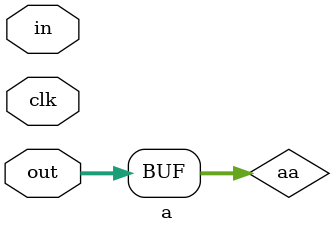
<source format=v>
module a(clk,in,out);
  input clk;
  input [31:0]in,out;
  reg[31:0] aa;
  
  always@(posedge clk)
  begin
    aa<=in;
  end
  
  assign out=aa;
endmodule

</source>
